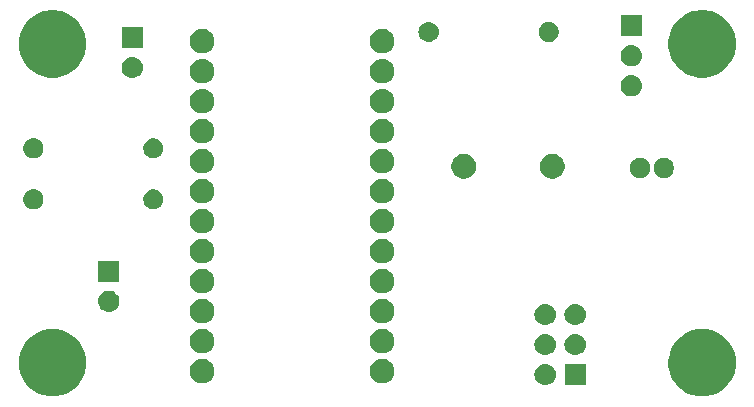
<source format=gbr>
G04 #@! TF.GenerationSoftware,KiCad,Pcbnew,5.1.4-e60b266~84~ubuntu19.04.1*
G04 #@! TF.CreationDate,2019-09-18T16:20:32+02:00*
G04 #@! TF.ProjectId,pro_micro_audio,70726f5f-6d69-4637-926f-5f617564696f,rev?*
G04 #@! TF.SameCoordinates,Original*
G04 #@! TF.FileFunction,Soldermask,Bot*
G04 #@! TF.FilePolarity,Negative*
%FSLAX46Y46*%
G04 Gerber Fmt 4.6, Leading zero omitted, Abs format (unit mm)*
G04 Created by KiCad (PCBNEW 5.1.4-e60b266~84~ubuntu19.04.1) date 2019-09-18 16:20:32*
%MOMM*%
%LPD*%
G04 APERTURE LIST*
%ADD10C,0.150000*%
G04 APERTURE END LIST*
D10*
G36*
X160386982Y-101170121D02*
G01*
X160831606Y-101258562D01*
X161350455Y-101473476D01*
X161817407Y-101785484D01*
X162214516Y-102182593D01*
X162526524Y-102649545D01*
X162741438Y-103168394D01*
X162750267Y-103212779D01*
X162841234Y-103670101D01*
X162851000Y-103719201D01*
X162851000Y-104280799D01*
X162741438Y-104831606D01*
X162526524Y-105350455D01*
X162214516Y-105817407D01*
X161817407Y-106214516D01*
X161350455Y-106526524D01*
X160831606Y-106741438D01*
X160280800Y-106851000D01*
X159719200Y-106851000D01*
X159168394Y-106741438D01*
X158649545Y-106526524D01*
X158182593Y-106214516D01*
X157785484Y-105817407D01*
X157473476Y-105350455D01*
X157258562Y-104831606D01*
X157149000Y-104280799D01*
X157149000Y-103719201D01*
X157158767Y-103670101D01*
X157249733Y-103212779D01*
X157258562Y-103168394D01*
X157473476Y-102649545D01*
X157785484Y-102182593D01*
X158182593Y-101785484D01*
X158649545Y-101473476D01*
X159168394Y-101258562D01*
X159613018Y-101170121D01*
X159719200Y-101149000D01*
X160280800Y-101149000D01*
X160386982Y-101170121D01*
X160386982Y-101170121D01*
G37*
G36*
X105386982Y-101170121D02*
G01*
X105831606Y-101258562D01*
X106350455Y-101473476D01*
X106817407Y-101785484D01*
X107214516Y-102182593D01*
X107526524Y-102649545D01*
X107741438Y-103168394D01*
X107750267Y-103212779D01*
X107841234Y-103670101D01*
X107851000Y-103719201D01*
X107851000Y-104280799D01*
X107741438Y-104831606D01*
X107526524Y-105350455D01*
X107214516Y-105817407D01*
X106817407Y-106214516D01*
X106350455Y-106526524D01*
X105831606Y-106741438D01*
X105280800Y-106851000D01*
X104719200Y-106851000D01*
X104168394Y-106741438D01*
X103649545Y-106526524D01*
X103182593Y-106214516D01*
X102785484Y-105817407D01*
X102473476Y-105350455D01*
X102258562Y-104831606D01*
X102149000Y-104280799D01*
X102149000Y-103719201D01*
X102158767Y-103670101D01*
X102249733Y-103212779D01*
X102258562Y-103168394D01*
X102473476Y-102649545D01*
X102785484Y-102182593D01*
X103182593Y-101785484D01*
X103649545Y-101473476D01*
X104168394Y-101258562D01*
X104613018Y-101170121D01*
X104719200Y-101149000D01*
X105280800Y-101149000D01*
X105386982Y-101170121D01*
X105386982Y-101170121D01*
G37*
G36*
X146820442Y-104105518D02*
G01*
X146886627Y-104112037D01*
X147056466Y-104163557D01*
X147212991Y-104247222D01*
X147248729Y-104276552D01*
X147350186Y-104359814D01*
X147433448Y-104461271D01*
X147462778Y-104497009D01*
X147546443Y-104653534D01*
X147597963Y-104823373D01*
X147615359Y-105000000D01*
X147597963Y-105176627D01*
X147589420Y-105204789D01*
X147546442Y-105346468D01*
X147531001Y-105375355D01*
X147462778Y-105502991D01*
X147448483Y-105520409D01*
X147350186Y-105640186D01*
X147248729Y-105723448D01*
X147212991Y-105752778D01*
X147212989Y-105752779D01*
X147092082Y-105817406D01*
X147056466Y-105836443D01*
X146886627Y-105887963D01*
X146820442Y-105894482D01*
X146754260Y-105901000D01*
X146665740Y-105901000D01*
X146599558Y-105894482D01*
X146533373Y-105887963D01*
X146363534Y-105836443D01*
X146327919Y-105817406D01*
X146207011Y-105752779D01*
X146207009Y-105752778D01*
X146171271Y-105723448D01*
X146069814Y-105640186D01*
X145971517Y-105520409D01*
X145957222Y-105502991D01*
X145888999Y-105375355D01*
X145873558Y-105346468D01*
X145830580Y-105204789D01*
X145822037Y-105176627D01*
X145804641Y-105000000D01*
X145822037Y-104823373D01*
X145873557Y-104653534D01*
X145957222Y-104497009D01*
X145986552Y-104461271D01*
X146069814Y-104359814D01*
X146171271Y-104276552D01*
X146207009Y-104247222D01*
X146363534Y-104163557D01*
X146533373Y-104112037D01*
X146599558Y-104105518D01*
X146665740Y-104099000D01*
X146754260Y-104099000D01*
X146820442Y-104105518D01*
X146820442Y-104105518D01*
G37*
G36*
X150151000Y-105901000D02*
G01*
X148349000Y-105901000D01*
X148349000Y-104099000D01*
X150151000Y-104099000D01*
X150151000Y-105901000D01*
X150151000Y-105901000D01*
G37*
G36*
X117969266Y-103710121D02*
G01*
X118158789Y-103788624D01*
X118329355Y-103902593D01*
X118474409Y-104047647D01*
X118588378Y-104218213D01*
X118588379Y-104218215D01*
X118666881Y-104407736D01*
X118706901Y-104608932D01*
X118706901Y-104814070D01*
X118666881Y-105015266D01*
X118588378Y-105204789D01*
X118474409Y-105375355D01*
X118329355Y-105520409D01*
X118158789Y-105634378D01*
X118158788Y-105634379D01*
X118158787Y-105634379D01*
X117969266Y-105712881D01*
X117768071Y-105752901D01*
X117562931Y-105752901D01*
X117361736Y-105712881D01*
X117172215Y-105634379D01*
X117172214Y-105634379D01*
X117172213Y-105634378D01*
X117001647Y-105520409D01*
X116856593Y-105375355D01*
X116742624Y-105204789D01*
X116664121Y-105015266D01*
X116624101Y-104814070D01*
X116624101Y-104608932D01*
X116664121Y-104407736D01*
X116742623Y-104218215D01*
X116742624Y-104218213D01*
X116856593Y-104047647D01*
X117001647Y-103902593D01*
X117172213Y-103788624D01*
X117361736Y-103710121D01*
X117562931Y-103670101D01*
X117768071Y-103670101D01*
X117969266Y-103710121D01*
X117969266Y-103710121D01*
G37*
G36*
X133209266Y-103710121D02*
G01*
X133398789Y-103788624D01*
X133569355Y-103902593D01*
X133714409Y-104047647D01*
X133828378Y-104218213D01*
X133828379Y-104218215D01*
X133906881Y-104407736D01*
X133946901Y-104608932D01*
X133946901Y-104814070D01*
X133906881Y-105015266D01*
X133828378Y-105204789D01*
X133714409Y-105375355D01*
X133569355Y-105520409D01*
X133398789Y-105634378D01*
X133398788Y-105634379D01*
X133398787Y-105634379D01*
X133209266Y-105712881D01*
X133008071Y-105752901D01*
X132802931Y-105752901D01*
X132601736Y-105712881D01*
X132412215Y-105634379D01*
X132412214Y-105634379D01*
X132412213Y-105634378D01*
X132241647Y-105520409D01*
X132096593Y-105375355D01*
X131982624Y-105204789D01*
X131904121Y-105015266D01*
X131864101Y-104814070D01*
X131864101Y-104608932D01*
X131904121Y-104407736D01*
X131982623Y-104218215D01*
X131982624Y-104218213D01*
X132096593Y-104047647D01*
X132241647Y-103902593D01*
X132412213Y-103788624D01*
X132601736Y-103710121D01*
X132802931Y-103670101D01*
X133008071Y-103670101D01*
X133209266Y-103710121D01*
X133209266Y-103710121D01*
G37*
G36*
X149360443Y-101565519D02*
G01*
X149426627Y-101572037D01*
X149596466Y-101623557D01*
X149752991Y-101707222D01*
X149788729Y-101736552D01*
X149890186Y-101819814D01*
X149973448Y-101921271D01*
X150002778Y-101957009D01*
X150086443Y-102113534D01*
X150137963Y-102283373D01*
X150155359Y-102460000D01*
X150137963Y-102636627D01*
X150129420Y-102664789D01*
X150086442Y-102806468D01*
X150071001Y-102835355D01*
X150002778Y-102962991D01*
X149988483Y-102980409D01*
X149890186Y-103100186D01*
X149788729Y-103183448D01*
X149752991Y-103212778D01*
X149596466Y-103296443D01*
X149426627Y-103347963D01*
X149360443Y-103354481D01*
X149294260Y-103361000D01*
X149205740Y-103361000D01*
X149139557Y-103354481D01*
X149073373Y-103347963D01*
X148903534Y-103296443D01*
X148747009Y-103212778D01*
X148711271Y-103183448D01*
X148609814Y-103100186D01*
X148511517Y-102980409D01*
X148497222Y-102962991D01*
X148428999Y-102835355D01*
X148413558Y-102806468D01*
X148370580Y-102664789D01*
X148362037Y-102636627D01*
X148344641Y-102460000D01*
X148362037Y-102283373D01*
X148413557Y-102113534D01*
X148497222Y-101957009D01*
X148526552Y-101921271D01*
X148609814Y-101819814D01*
X148711271Y-101736552D01*
X148747009Y-101707222D01*
X148903534Y-101623557D01*
X149073373Y-101572037D01*
X149139558Y-101565518D01*
X149205740Y-101559000D01*
X149294260Y-101559000D01*
X149360443Y-101565519D01*
X149360443Y-101565519D01*
G37*
G36*
X146820443Y-101565519D02*
G01*
X146886627Y-101572037D01*
X147056466Y-101623557D01*
X147212991Y-101707222D01*
X147248729Y-101736552D01*
X147350186Y-101819814D01*
X147433448Y-101921271D01*
X147462778Y-101957009D01*
X147546443Y-102113534D01*
X147597963Y-102283373D01*
X147615359Y-102460000D01*
X147597963Y-102636627D01*
X147589420Y-102664789D01*
X147546442Y-102806468D01*
X147531001Y-102835355D01*
X147462778Y-102962991D01*
X147448483Y-102980409D01*
X147350186Y-103100186D01*
X147248729Y-103183448D01*
X147212991Y-103212778D01*
X147056466Y-103296443D01*
X146886627Y-103347963D01*
X146820443Y-103354481D01*
X146754260Y-103361000D01*
X146665740Y-103361000D01*
X146599557Y-103354481D01*
X146533373Y-103347963D01*
X146363534Y-103296443D01*
X146207009Y-103212778D01*
X146171271Y-103183448D01*
X146069814Y-103100186D01*
X145971517Y-102980409D01*
X145957222Y-102962991D01*
X145888999Y-102835355D01*
X145873558Y-102806468D01*
X145830580Y-102664789D01*
X145822037Y-102636627D01*
X145804641Y-102460000D01*
X145822037Y-102283373D01*
X145873557Y-102113534D01*
X145957222Y-101957009D01*
X145986552Y-101921271D01*
X146069814Y-101819814D01*
X146171271Y-101736552D01*
X146207009Y-101707222D01*
X146363534Y-101623557D01*
X146533373Y-101572037D01*
X146599558Y-101565518D01*
X146665740Y-101559000D01*
X146754260Y-101559000D01*
X146820443Y-101565519D01*
X146820443Y-101565519D01*
G37*
G36*
X117863083Y-101149000D02*
G01*
X117969266Y-101170121D01*
X118158789Y-101248624D01*
X118329355Y-101362593D01*
X118474409Y-101507647D01*
X118588378Y-101678213D01*
X118588379Y-101678215D01*
X118666881Y-101867736D01*
X118706901Y-102068931D01*
X118706901Y-102274071D01*
X118666881Y-102475266D01*
X118594692Y-102649547D01*
X118588378Y-102664789D01*
X118474409Y-102835355D01*
X118329355Y-102980409D01*
X118158789Y-103094378D01*
X118158788Y-103094379D01*
X118158787Y-103094379D01*
X117969266Y-103172881D01*
X117768071Y-103212901D01*
X117562931Y-103212901D01*
X117361736Y-103172881D01*
X117172215Y-103094379D01*
X117172214Y-103094379D01*
X117172213Y-103094378D01*
X117001647Y-102980409D01*
X116856593Y-102835355D01*
X116742624Y-102664789D01*
X116736311Y-102649547D01*
X116664121Y-102475266D01*
X116624101Y-102274071D01*
X116624101Y-102068931D01*
X116664121Y-101867736D01*
X116742623Y-101678215D01*
X116742624Y-101678213D01*
X116856593Y-101507647D01*
X117001647Y-101362593D01*
X117172213Y-101248624D01*
X117361736Y-101170121D01*
X117467919Y-101149000D01*
X117562931Y-101130101D01*
X117768071Y-101130101D01*
X117863083Y-101149000D01*
X117863083Y-101149000D01*
G37*
G36*
X133103083Y-101149000D02*
G01*
X133209266Y-101170121D01*
X133398789Y-101248624D01*
X133569355Y-101362593D01*
X133714409Y-101507647D01*
X133828378Y-101678213D01*
X133828379Y-101678215D01*
X133906881Y-101867736D01*
X133946901Y-102068931D01*
X133946901Y-102274071D01*
X133906881Y-102475266D01*
X133834692Y-102649547D01*
X133828378Y-102664789D01*
X133714409Y-102835355D01*
X133569355Y-102980409D01*
X133398789Y-103094378D01*
X133398788Y-103094379D01*
X133398787Y-103094379D01*
X133209266Y-103172881D01*
X133008071Y-103212901D01*
X132802931Y-103212901D01*
X132601736Y-103172881D01*
X132412215Y-103094379D01*
X132412214Y-103094379D01*
X132412213Y-103094378D01*
X132241647Y-102980409D01*
X132096593Y-102835355D01*
X131982624Y-102664789D01*
X131976311Y-102649547D01*
X131904121Y-102475266D01*
X131864101Y-102274071D01*
X131864101Y-102068931D01*
X131904121Y-101867736D01*
X131982623Y-101678215D01*
X131982624Y-101678213D01*
X132096593Y-101507647D01*
X132241647Y-101362593D01*
X132412213Y-101248624D01*
X132601736Y-101170121D01*
X132707919Y-101149000D01*
X132802931Y-101130101D01*
X133008071Y-101130101D01*
X133103083Y-101149000D01*
X133103083Y-101149000D01*
G37*
G36*
X149360442Y-99025518D02*
G01*
X149426627Y-99032037D01*
X149596466Y-99083557D01*
X149752991Y-99167222D01*
X149788729Y-99196552D01*
X149890186Y-99279814D01*
X149973448Y-99381271D01*
X150002778Y-99417009D01*
X150086443Y-99573534D01*
X150137963Y-99743373D01*
X150155359Y-99920000D01*
X150137963Y-100096627D01*
X150129420Y-100124789D01*
X150086442Y-100266468D01*
X150071001Y-100295355D01*
X150002778Y-100422991D01*
X149988483Y-100440409D01*
X149890186Y-100560186D01*
X149788729Y-100643448D01*
X149752991Y-100672778D01*
X149596466Y-100756443D01*
X149426627Y-100807963D01*
X149360442Y-100814482D01*
X149294260Y-100821000D01*
X149205740Y-100821000D01*
X149139557Y-100814481D01*
X149073373Y-100807963D01*
X148903534Y-100756443D01*
X148747009Y-100672778D01*
X148711271Y-100643448D01*
X148609814Y-100560186D01*
X148511517Y-100440409D01*
X148497222Y-100422991D01*
X148428999Y-100295355D01*
X148413558Y-100266468D01*
X148370580Y-100124789D01*
X148362037Y-100096627D01*
X148344641Y-99920000D01*
X148362037Y-99743373D01*
X148413557Y-99573534D01*
X148497222Y-99417009D01*
X148526552Y-99381271D01*
X148609814Y-99279814D01*
X148711271Y-99196552D01*
X148747009Y-99167222D01*
X148903534Y-99083557D01*
X149073373Y-99032037D01*
X149139558Y-99025518D01*
X149205740Y-99019000D01*
X149294260Y-99019000D01*
X149360442Y-99025518D01*
X149360442Y-99025518D01*
G37*
G36*
X146820442Y-99025518D02*
G01*
X146886627Y-99032037D01*
X147056466Y-99083557D01*
X147212991Y-99167222D01*
X147248729Y-99196552D01*
X147350186Y-99279814D01*
X147433448Y-99381271D01*
X147462778Y-99417009D01*
X147546443Y-99573534D01*
X147597963Y-99743373D01*
X147615359Y-99920000D01*
X147597963Y-100096627D01*
X147589420Y-100124789D01*
X147546442Y-100266468D01*
X147531001Y-100295355D01*
X147462778Y-100422991D01*
X147448483Y-100440409D01*
X147350186Y-100560186D01*
X147248729Y-100643448D01*
X147212991Y-100672778D01*
X147056466Y-100756443D01*
X146886627Y-100807963D01*
X146820442Y-100814482D01*
X146754260Y-100821000D01*
X146665740Y-100821000D01*
X146599557Y-100814481D01*
X146533373Y-100807963D01*
X146363534Y-100756443D01*
X146207009Y-100672778D01*
X146171271Y-100643448D01*
X146069814Y-100560186D01*
X145971517Y-100440409D01*
X145957222Y-100422991D01*
X145888999Y-100295355D01*
X145873558Y-100266468D01*
X145830580Y-100124789D01*
X145822037Y-100096627D01*
X145804641Y-99920000D01*
X145822037Y-99743373D01*
X145873557Y-99573534D01*
X145957222Y-99417009D01*
X145986552Y-99381271D01*
X146069814Y-99279814D01*
X146171271Y-99196552D01*
X146207009Y-99167222D01*
X146363534Y-99083557D01*
X146533373Y-99032037D01*
X146599558Y-99025518D01*
X146665740Y-99019000D01*
X146754260Y-99019000D01*
X146820442Y-99025518D01*
X146820442Y-99025518D01*
G37*
G36*
X133209266Y-98630121D02*
G01*
X133398789Y-98708624D01*
X133569355Y-98822593D01*
X133714409Y-98967647D01*
X133827212Y-99136468D01*
X133828379Y-99138215D01*
X133892488Y-99292989D01*
X133906881Y-99327736D01*
X133946901Y-99528932D01*
X133946901Y-99734070D01*
X133906881Y-99935266D01*
X133828378Y-100124789D01*
X133714409Y-100295355D01*
X133569355Y-100440409D01*
X133398789Y-100554378D01*
X133398788Y-100554379D01*
X133398787Y-100554379D01*
X133209266Y-100632881D01*
X133008071Y-100672901D01*
X132802931Y-100672901D01*
X132601736Y-100632881D01*
X132412215Y-100554379D01*
X132412214Y-100554379D01*
X132412213Y-100554378D01*
X132241647Y-100440409D01*
X132096593Y-100295355D01*
X131982624Y-100124789D01*
X131904121Y-99935266D01*
X131864101Y-99734070D01*
X131864101Y-99528932D01*
X131904121Y-99327736D01*
X131918514Y-99292989D01*
X131982623Y-99138215D01*
X131983790Y-99136468D01*
X132096593Y-98967647D01*
X132241647Y-98822593D01*
X132412213Y-98708624D01*
X132601736Y-98630121D01*
X132802931Y-98590101D01*
X133008071Y-98590101D01*
X133209266Y-98630121D01*
X133209266Y-98630121D01*
G37*
G36*
X117969266Y-98630121D02*
G01*
X118158789Y-98708624D01*
X118329355Y-98822593D01*
X118474409Y-98967647D01*
X118587212Y-99136468D01*
X118588379Y-99138215D01*
X118652488Y-99292989D01*
X118666881Y-99327736D01*
X118706901Y-99528932D01*
X118706901Y-99734070D01*
X118666881Y-99935266D01*
X118588378Y-100124789D01*
X118474409Y-100295355D01*
X118329355Y-100440409D01*
X118158789Y-100554378D01*
X118158788Y-100554379D01*
X118158787Y-100554379D01*
X117969266Y-100632881D01*
X117768071Y-100672901D01*
X117562931Y-100672901D01*
X117361736Y-100632881D01*
X117172215Y-100554379D01*
X117172214Y-100554379D01*
X117172213Y-100554378D01*
X117001647Y-100440409D01*
X116856593Y-100295355D01*
X116742624Y-100124789D01*
X116664121Y-99935266D01*
X116624101Y-99734070D01*
X116624101Y-99528932D01*
X116664121Y-99327736D01*
X116678514Y-99292989D01*
X116742623Y-99138215D01*
X116743790Y-99136468D01*
X116856593Y-98967647D01*
X117001647Y-98822593D01*
X117172213Y-98708624D01*
X117361736Y-98630121D01*
X117562931Y-98590101D01*
X117768071Y-98590101D01*
X117969266Y-98630121D01*
X117969266Y-98630121D01*
G37*
G36*
X109860442Y-97895518D02*
G01*
X109926627Y-97902037D01*
X110096466Y-97953557D01*
X110252991Y-98037222D01*
X110288729Y-98066552D01*
X110390186Y-98149814D01*
X110473448Y-98251271D01*
X110502778Y-98287009D01*
X110586443Y-98443534D01*
X110637963Y-98613373D01*
X110655359Y-98790000D01*
X110637963Y-98966627D01*
X110586443Y-99136466D01*
X110502778Y-99292991D01*
X110474263Y-99327736D01*
X110390186Y-99430186D01*
X110288729Y-99513448D01*
X110252991Y-99542778D01*
X110096466Y-99626443D01*
X109926627Y-99677963D01*
X109860443Y-99684481D01*
X109794260Y-99691000D01*
X109705740Y-99691000D01*
X109639557Y-99684481D01*
X109573373Y-99677963D01*
X109403534Y-99626443D01*
X109247009Y-99542778D01*
X109211271Y-99513448D01*
X109109814Y-99430186D01*
X109025737Y-99327736D01*
X108997222Y-99292991D01*
X108913557Y-99136466D01*
X108862037Y-98966627D01*
X108844641Y-98790000D01*
X108862037Y-98613373D01*
X108913557Y-98443534D01*
X108997222Y-98287009D01*
X109026552Y-98251271D01*
X109109814Y-98149814D01*
X109211271Y-98066552D01*
X109247009Y-98037222D01*
X109403534Y-97953557D01*
X109573373Y-97902037D01*
X109639558Y-97895518D01*
X109705740Y-97889000D01*
X109794260Y-97889000D01*
X109860442Y-97895518D01*
X109860442Y-97895518D01*
G37*
G36*
X133209266Y-96090121D02*
G01*
X133398789Y-96168624D01*
X133569355Y-96282593D01*
X133714409Y-96427647D01*
X133828378Y-96598213D01*
X133906881Y-96787736D01*
X133946901Y-96988932D01*
X133946901Y-97194070D01*
X133906881Y-97395266D01*
X133828378Y-97584789D01*
X133714409Y-97755355D01*
X133569355Y-97900409D01*
X133398789Y-98014378D01*
X133398788Y-98014379D01*
X133398787Y-98014379D01*
X133209266Y-98092881D01*
X133008071Y-98132901D01*
X132802931Y-98132901D01*
X132601736Y-98092881D01*
X132412215Y-98014379D01*
X132412214Y-98014379D01*
X132412213Y-98014378D01*
X132241647Y-97900409D01*
X132096593Y-97755355D01*
X131982624Y-97584789D01*
X131904121Y-97395266D01*
X131864101Y-97194070D01*
X131864101Y-96988932D01*
X131904121Y-96787736D01*
X131982624Y-96598213D01*
X132096593Y-96427647D01*
X132241647Y-96282593D01*
X132412213Y-96168624D01*
X132601736Y-96090121D01*
X132802931Y-96050101D01*
X133008071Y-96050101D01*
X133209266Y-96090121D01*
X133209266Y-96090121D01*
G37*
G36*
X117969266Y-96090121D02*
G01*
X118158789Y-96168624D01*
X118329355Y-96282593D01*
X118474409Y-96427647D01*
X118588378Y-96598213D01*
X118666881Y-96787736D01*
X118706901Y-96988932D01*
X118706901Y-97194070D01*
X118666881Y-97395266D01*
X118588378Y-97584789D01*
X118474409Y-97755355D01*
X118329355Y-97900409D01*
X118158789Y-98014378D01*
X118158788Y-98014379D01*
X118158787Y-98014379D01*
X117969266Y-98092881D01*
X117768071Y-98132901D01*
X117562931Y-98132901D01*
X117361736Y-98092881D01*
X117172215Y-98014379D01*
X117172214Y-98014379D01*
X117172213Y-98014378D01*
X117001647Y-97900409D01*
X116856593Y-97755355D01*
X116742624Y-97584789D01*
X116664121Y-97395266D01*
X116624101Y-97194070D01*
X116624101Y-96988932D01*
X116664121Y-96787736D01*
X116742624Y-96598213D01*
X116856593Y-96427647D01*
X117001647Y-96282593D01*
X117172213Y-96168624D01*
X117361736Y-96090121D01*
X117562931Y-96050101D01*
X117768071Y-96050101D01*
X117969266Y-96090121D01*
X117969266Y-96090121D01*
G37*
G36*
X110651000Y-97151000D02*
G01*
X108849000Y-97151000D01*
X108849000Y-95349000D01*
X110651000Y-95349000D01*
X110651000Y-97151000D01*
X110651000Y-97151000D01*
G37*
G36*
X117969266Y-93550121D02*
G01*
X118158789Y-93628624D01*
X118329355Y-93742593D01*
X118474409Y-93887647D01*
X118588378Y-94058213D01*
X118666881Y-94247736D01*
X118706901Y-94448932D01*
X118706901Y-94654070D01*
X118666881Y-94855266D01*
X118588378Y-95044789D01*
X118474409Y-95215355D01*
X118329355Y-95360409D01*
X118158789Y-95474378D01*
X118158788Y-95474379D01*
X118158787Y-95474379D01*
X117969266Y-95552881D01*
X117768071Y-95592901D01*
X117562931Y-95592901D01*
X117361736Y-95552881D01*
X117172215Y-95474379D01*
X117172214Y-95474379D01*
X117172213Y-95474378D01*
X117001647Y-95360409D01*
X116856593Y-95215355D01*
X116742624Y-95044789D01*
X116664121Y-94855266D01*
X116624101Y-94654070D01*
X116624101Y-94448932D01*
X116664121Y-94247736D01*
X116742624Y-94058213D01*
X116856593Y-93887647D01*
X117001647Y-93742593D01*
X117172213Y-93628624D01*
X117361736Y-93550121D01*
X117562931Y-93510101D01*
X117768071Y-93510101D01*
X117969266Y-93550121D01*
X117969266Y-93550121D01*
G37*
G36*
X133209266Y-93550121D02*
G01*
X133398789Y-93628624D01*
X133569355Y-93742593D01*
X133714409Y-93887647D01*
X133828378Y-94058213D01*
X133906881Y-94247736D01*
X133946901Y-94448932D01*
X133946901Y-94654070D01*
X133906881Y-94855266D01*
X133828378Y-95044789D01*
X133714409Y-95215355D01*
X133569355Y-95360409D01*
X133398789Y-95474378D01*
X133398788Y-95474379D01*
X133398787Y-95474379D01*
X133209266Y-95552881D01*
X133008071Y-95592901D01*
X132802931Y-95592901D01*
X132601736Y-95552881D01*
X132412215Y-95474379D01*
X132412214Y-95474379D01*
X132412213Y-95474378D01*
X132241647Y-95360409D01*
X132096593Y-95215355D01*
X131982624Y-95044789D01*
X131904121Y-94855266D01*
X131864101Y-94654070D01*
X131864101Y-94448932D01*
X131904121Y-94247736D01*
X131982624Y-94058213D01*
X132096593Y-93887647D01*
X132241647Y-93742593D01*
X132412213Y-93628624D01*
X132601736Y-93550121D01*
X132802931Y-93510101D01*
X133008071Y-93510101D01*
X133209266Y-93550121D01*
X133209266Y-93550121D01*
G37*
G36*
X133202052Y-91008686D02*
G01*
X133209266Y-91010121D01*
X133398789Y-91088624D01*
X133569355Y-91202593D01*
X133714409Y-91347647D01*
X133828378Y-91518213D01*
X133906881Y-91707736D01*
X133946901Y-91908932D01*
X133946901Y-92114070D01*
X133906881Y-92315266D01*
X133828378Y-92504789D01*
X133714409Y-92675355D01*
X133569355Y-92820409D01*
X133398789Y-92934378D01*
X133398788Y-92934379D01*
X133398787Y-92934379D01*
X133209266Y-93012881D01*
X133008071Y-93052901D01*
X132802931Y-93052901D01*
X132601736Y-93012881D01*
X132412215Y-92934379D01*
X132412214Y-92934379D01*
X132412213Y-92934378D01*
X132241647Y-92820409D01*
X132096593Y-92675355D01*
X131982624Y-92504789D01*
X131904121Y-92315266D01*
X131864101Y-92114070D01*
X131864101Y-91908932D01*
X131904121Y-91707736D01*
X131982624Y-91518213D01*
X132096593Y-91347647D01*
X132241647Y-91202593D01*
X132412213Y-91088624D01*
X132601736Y-91010121D01*
X132608950Y-91008686D01*
X132802931Y-90970101D01*
X133008071Y-90970101D01*
X133202052Y-91008686D01*
X133202052Y-91008686D01*
G37*
G36*
X117962052Y-91008686D02*
G01*
X117969266Y-91010121D01*
X118158789Y-91088624D01*
X118329355Y-91202593D01*
X118474409Y-91347647D01*
X118588378Y-91518213D01*
X118666881Y-91707736D01*
X118706901Y-91908932D01*
X118706901Y-92114070D01*
X118666881Y-92315266D01*
X118588378Y-92504789D01*
X118474409Y-92675355D01*
X118329355Y-92820409D01*
X118158789Y-92934378D01*
X118158788Y-92934379D01*
X118158787Y-92934379D01*
X117969266Y-93012881D01*
X117768071Y-93052901D01*
X117562931Y-93052901D01*
X117361736Y-93012881D01*
X117172215Y-92934379D01*
X117172214Y-92934379D01*
X117172213Y-92934378D01*
X117001647Y-92820409D01*
X116856593Y-92675355D01*
X116742624Y-92504789D01*
X116664121Y-92315266D01*
X116624101Y-92114070D01*
X116624101Y-91908932D01*
X116664121Y-91707736D01*
X116742624Y-91518213D01*
X116856593Y-91347647D01*
X117001647Y-91202593D01*
X117172213Y-91088624D01*
X117361736Y-91010121D01*
X117368950Y-91008686D01*
X117562931Y-90970101D01*
X117768071Y-90970101D01*
X117962052Y-91008686D01*
X117962052Y-91008686D01*
G37*
G36*
X103544823Y-89331313D02*
G01*
X103705242Y-89379976D01*
X103772361Y-89415852D01*
X103853078Y-89458996D01*
X103982659Y-89565341D01*
X104089004Y-89694922D01*
X104089005Y-89694924D01*
X104168024Y-89842758D01*
X104216687Y-90003177D01*
X104233117Y-90170000D01*
X104216687Y-90336823D01*
X104168024Y-90497242D01*
X104127477Y-90573100D01*
X104089004Y-90645078D01*
X103982659Y-90774659D01*
X103853078Y-90881004D01*
X103853076Y-90881005D01*
X103705242Y-90960024D01*
X103544823Y-91008687D01*
X103419804Y-91021000D01*
X103336196Y-91021000D01*
X103211177Y-91008687D01*
X103050758Y-90960024D01*
X102902924Y-90881005D01*
X102902922Y-90881004D01*
X102773341Y-90774659D01*
X102666996Y-90645078D01*
X102628523Y-90573100D01*
X102587976Y-90497242D01*
X102539313Y-90336823D01*
X102522883Y-90170000D01*
X102539313Y-90003177D01*
X102587976Y-89842758D01*
X102666995Y-89694924D01*
X102666996Y-89694922D01*
X102773341Y-89565341D01*
X102902922Y-89458996D01*
X102983639Y-89415852D01*
X103050758Y-89379976D01*
X103211177Y-89331313D01*
X103336196Y-89319000D01*
X103419804Y-89319000D01*
X103544823Y-89331313D01*
X103544823Y-89331313D01*
G37*
G36*
X113786228Y-89351703D02*
G01*
X113941100Y-89415853D01*
X114080481Y-89508985D01*
X114199015Y-89627519D01*
X114292147Y-89766900D01*
X114356297Y-89921772D01*
X114389000Y-90086184D01*
X114389000Y-90253816D01*
X114356297Y-90418228D01*
X114292147Y-90573100D01*
X114199015Y-90712481D01*
X114080481Y-90831015D01*
X113941100Y-90924147D01*
X113786228Y-90988297D01*
X113621816Y-91021000D01*
X113454184Y-91021000D01*
X113289772Y-90988297D01*
X113134900Y-90924147D01*
X112995519Y-90831015D01*
X112876985Y-90712481D01*
X112783853Y-90573100D01*
X112719703Y-90418228D01*
X112687000Y-90253816D01*
X112687000Y-90086184D01*
X112719703Y-89921772D01*
X112783853Y-89766900D01*
X112876985Y-89627519D01*
X112995519Y-89508985D01*
X113134900Y-89415853D01*
X113289772Y-89351703D01*
X113454184Y-89319000D01*
X113621816Y-89319000D01*
X113786228Y-89351703D01*
X113786228Y-89351703D01*
G37*
G36*
X117969266Y-88470121D02*
G01*
X118158789Y-88548624D01*
X118329355Y-88662593D01*
X118474409Y-88807647D01*
X118474410Y-88807649D01*
X118588379Y-88978215D01*
X118666881Y-89167736D01*
X118706901Y-89368931D01*
X118706901Y-89574071D01*
X118696269Y-89627520D01*
X118666881Y-89775266D01*
X118588378Y-89964789D01*
X118474409Y-90135355D01*
X118329355Y-90280409D01*
X118158789Y-90394378D01*
X118158788Y-90394379D01*
X118158787Y-90394379D01*
X117969266Y-90472881D01*
X117768071Y-90512901D01*
X117562931Y-90512901D01*
X117361736Y-90472881D01*
X117172215Y-90394379D01*
X117172214Y-90394379D01*
X117172213Y-90394378D01*
X117001647Y-90280409D01*
X116856593Y-90135355D01*
X116742624Y-89964789D01*
X116664121Y-89775266D01*
X116634733Y-89627520D01*
X116624101Y-89574071D01*
X116624101Y-89368931D01*
X116664121Y-89167736D01*
X116742623Y-88978215D01*
X116856592Y-88807649D01*
X116856593Y-88807647D01*
X117001647Y-88662593D01*
X117172213Y-88548624D01*
X117361736Y-88470121D01*
X117562931Y-88430101D01*
X117768071Y-88430101D01*
X117969266Y-88470121D01*
X117969266Y-88470121D01*
G37*
G36*
X133209266Y-88470121D02*
G01*
X133398789Y-88548624D01*
X133569355Y-88662593D01*
X133714409Y-88807647D01*
X133714410Y-88807649D01*
X133828379Y-88978215D01*
X133906881Y-89167736D01*
X133946901Y-89368931D01*
X133946901Y-89574071D01*
X133936269Y-89627520D01*
X133906881Y-89775266D01*
X133828378Y-89964789D01*
X133714409Y-90135355D01*
X133569355Y-90280409D01*
X133398789Y-90394378D01*
X133398788Y-90394379D01*
X133398787Y-90394379D01*
X133209266Y-90472881D01*
X133008071Y-90512901D01*
X132802931Y-90512901D01*
X132601736Y-90472881D01*
X132412215Y-90394379D01*
X132412214Y-90394379D01*
X132412213Y-90394378D01*
X132241647Y-90280409D01*
X132096593Y-90135355D01*
X131982624Y-89964789D01*
X131904121Y-89775266D01*
X131874733Y-89627520D01*
X131864101Y-89574071D01*
X131864101Y-89368931D01*
X131904121Y-89167736D01*
X131982623Y-88978215D01*
X132096592Y-88807649D01*
X132096593Y-88807647D01*
X132241647Y-88662593D01*
X132412213Y-88548624D01*
X132601736Y-88470121D01*
X132802931Y-88430101D01*
X133008071Y-88430101D01*
X133209266Y-88470121D01*
X133209266Y-88470121D01*
G37*
G36*
X140126564Y-86365389D02*
G01*
X140317833Y-86444615D01*
X140317835Y-86444616D01*
X140489973Y-86559635D01*
X140636365Y-86706027D01*
X140725205Y-86838985D01*
X140751385Y-86878167D01*
X140830611Y-87069436D01*
X140871000Y-87272484D01*
X140871000Y-87479516D01*
X140830611Y-87682564D01*
X140759443Y-87854379D01*
X140751384Y-87873835D01*
X140636365Y-88045973D01*
X140489973Y-88192365D01*
X140317835Y-88307384D01*
X140317834Y-88307385D01*
X140317833Y-88307385D01*
X140126564Y-88386611D01*
X139923516Y-88427000D01*
X139716484Y-88427000D01*
X139513436Y-88386611D01*
X139322167Y-88307385D01*
X139322166Y-88307385D01*
X139322165Y-88307384D01*
X139150027Y-88192365D01*
X139003635Y-88045973D01*
X138888616Y-87873835D01*
X138880557Y-87854379D01*
X138809389Y-87682564D01*
X138769000Y-87479516D01*
X138769000Y-87272484D01*
X138809389Y-87069436D01*
X138888615Y-86878167D01*
X138914796Y-86838985D01*
X139003635Y-86706027D01*
X139150027Y-86559635D01*
X139322165Y-86444616D01*
X139322167Y-86444615D01*
X139513436Y-86365389D01*
X139716484Y-86325000D01*
X139923516Y-86325000D01*
X140126564Y-86365389D01*
X140126564Y-86365389D01*
G37*
G36*
X147626564Y-86365389D02*
G01*
X147817833Y-86444615D01*
X147817835Y-86444616D01*
X147989973Y-86559635D01*
X148136365Y-86706027D01*
X148225205Y-86838985D01*
X148251385Y-86878167D01*
X148330611Y-87069436D01*
X148371000Y-87272484D01*
X148371000Y-87479516D01*
X148330611Y-87682564D01*
X148259443Y-87854379D01*
X148251384Y-87873835D01*
X148136365Y-88045973D01*
X147989973Y-88192365D01*
X147817835Y-88307384D01*
X147817834Y-88307385D01*
X147817833Y-88307385D01*
X147626564Y-88386611D01*
X147423516Y-88427000D01*
X147216484Y-88427000D01*
X147013436Y-88386611D01*
X146822167Y-88307385D01*
X146822166Y-88307385D01*
X146822165Y-88307384D01*
X146650027Y-88192365D01*
X146503635Y-88045973D01*
X146388616Y-87873835D01*
X146380557Y-87854379D01*
X146309389Y-87682564D01*
X146269000Y-87479516D01*
X146269000Y-87272484D01*
X146309389Y-87069436D01*
X146388615Y-86878167D01*
X146414796Y-86838985D01*
X146503635Y-86706027D01*
X146650027Y-86559635D01*
X146822165Y-86444616D01*
X146822167Y-86444615D01*
X147013436Y-86365389D01*
X147216484Y-86325000D01*
X147423516Y-86325000D01*
X147626564Y-86365389D01*
X147626564Y-86365389D01*
G37*
G36*
X156998228Y-86681703D02*
G01*
X157153100Y-86745853D01*
X157292481Y-86838985D01*
X157411015Y-86957519D01*
X157504147Y-87096900D01*
X157568297Y-87251772D01*
X157601000Y-87416184D01*
X157601000Y-87583816D01*
X157568297Y-87748228D01*
X157504147Y-87903100D01*
X157411015Y-88042481D01*
X157292481Y-88161015D01*
X157153100Y-88254147D01*
X156998228Y-88318297D01*
X156833816Y-88351000D01*
X156666184Y-88351000D01*
X156501772Y-88318297D01*
X156346900Y-88254147D01*
X156207519Y-88161015D01*
X156088985Y-88042481D01*
X155995853Y-87903100D01*
X155931703Y-87748228D01*
X155899000Y-87583816D01*
X155899000Y-87416184D01*
X155931703Y-87251772D01*
X155995853Y-87096900D01*
X156088985Y-86957519D01*
X156207519Y-86838985D01*
X156346900Y-86745853D01*
X156501772Y-86681703D01*
X156666184Y-86649000D01*
X156833816Y-86649000D01*
X156998228Y-86681703D01*
X156998228Y-86681703D01*
G37*
G36*
X154998228Y-86681703D02*
G01*
X155153100Y-86745853D01*
X155292481Y-86838985D01*
X155411015Y-86957519D01*
X155504147Y-87096900D01*
X155568297Y-87251772D01*
X155601000Y-87416184D01*
X155601000Y-87583816D01*
X155568297Y-87748228D01*
X155504147Y-87903100D01*
X155411015Y-88042481D01*
X155292481Y-88161015D01*
X155153100Y-88254147D01*
X154998228Y-88318297D01*
X154833816Y-88351000D01*
X154666184Y-88351000D01*
X154501772Y-88318297D01*
X154346900Y-88254147D01*
X154207519Y-88161015D01*
X154088985Y-88042481D01*
X153995853Y-87903100D01*
X153931703Y-87748228D01*
X153899000Y-87583816D01*
X153899000Y-87416184D01*
X153931703Y-87251772D01*
X153995853Y-87096900D01*
X154088985Y-86957519D01*
X154207519Y-86838985D01*
X154346900Y-86745853D01*
X154501772Y-86681703D01*
X154666184Y-86649000D01*
X154833816Y-86649000D01*
X154998228Y-86681703D01*
X154998228Y-86681703D01*
G37*
G36*
X117969266Y-85930121D02*
G01*
X118158789Y-86008624D01*
X118329355Y-86122593D01*
X118474409Y-86267647D01*
X118539718Y-86365389D01*
X118588379Y-86438215D01*
X118666881Y-86627736D01*
X118706901Y-86828931D01*
X118706901Y-87034071D01*
X118694403Y-87096903D01*
X118666881Y-87235266D01*
X118588378Y-87424789D01*
X118474409Y-87595355D01*
X118329355Y-87740409D01*
X118158789Y-87854378D01*
X118158788Y-87854379D01*
X118158787Y-87854379D01*
X117969266Y-87932881D01*
X117768071Y-87972901D01*
X117562931Y-87972901D01*
X117361736Y-87932881D01*
X117172215Y-87854379D01*
X117172214Y-87854379D01*
X117172213Y-87854378D01*
X117001647Y-87740409D01*
X116856593Y-87595355D01*
X116742624Y-87424789D01*
X116664121Y-87235266D01*
X116636599Y-87096903D01*
X116624101Y-87034071D01*
X116624101Y-86828931D01*
X116664121Y-86627736D01*
X116742623Y-86438215D01*
X116791284Y-86365389D01*
X116856593Y-86267647D01*
X117001647Y-86122593D01*
X117172213Y-86008624D01*
X117361736Y-85930121D01*
X117562931Y-85890101D01*
X117768071Y-85890101D01*
X117969266Y-85930121D01*
X117969266Y-85930121D01*
G37*
G36*
X133209266Y-85930121D02*
G01*
X133398789Y-86008624D01*
X133569355Y-86122593D01*
X133714409Y-86267647D01*
X133779718Y-86365389D01*
X133828379Y-86438215D01*
X133906881Y-86627736D01*
X133946901Y-86828931D01*
X133946901Y-87034071D01*
X133934403Y-87096903D01*
X133906881Y-87235266D01*
X133828378Y-87424789D01*
X133714409Y-87595355D01*
X133569355Y-87740409D01*
X133398789Y-87854378D01*
X133398788Y-87854379D01*
X133398787Y-87854379D01*
X133209266Y-87932881D01*
X133008071Y-87972901D01*
X132802931Y-87972901D01*
X132601736Y-87932881D01*
X132412215Y-87854379D01*
X132412214Y-87854379D01*
X132412213Y-87854378D01*
X132241647Y-87740409D01*
X132096593Y-87595355D01*
X131982624Y-87424789D01*
X131904121Y-87235266D01*
X131876599Y-87096903D01*
X131864101Y-87034071D01*
X131864101Y-86828931D01*
X131904121Y-86627736D01*
X131982623Y-86438215D01*
X132031284Y-86365389D01*
X132096593Y-86267647D01*
X132241647Y-86122593D01*
X132412213Y-86008624D01*
X132601736Y-85930121D01*
X132802931Y-85890101D01*
X133008071Y-85890101D01*
X133209266Y-85930121D01*
X133209266Y-85930121D01*
G37*
G36*
X113786228Y-85033703D02*
G01*
X113941100Y-85097853D01*
X114080481Y-85190985D01*
X114199015Y-85309519D01*
X114292147Y-85448900D01*
X114356297Y-85603772D01*
X114389000Y-85768184D01*
X114389000Y-85935816D01*
X114356297Y-86100228D01*
X114292147Y-86255100D01*
X114199015Y-86394481D01*
X114080481Y-86513015D01*
X113941100Y-86606147D01*
X113786228Y-86670297D01*
X113621816Y-86703000D01*
X113454184Y-86703000D01*
X113289772Y-86670297D01*
X113134900Y-86606147D01*
X112995519Y-86513015D01*
X112876985Y-86394481D01*
X112783853Y-86255100D01*
X112719703Y-86100228D01*
X112687000Y-85935816D01*
X112687000Y-85768184D01*
X112719703Y-85603772D01*
X112783853Y-85448900D01*
X112876985Y-85309519D01*
X112995519Y-85190985D01*
X113134900Y-85097853D01*
X113289772Y-85033703D01*
X113454184Y-85001000D01*
X113621816Y-85001000D01*
X113786228Y-85033703D01*
X113786228Y-85033703D01*
G37*
G36*
X103544823Y-85013313D02*
G01*
X103705242Y-85061976D01*
X103772361Y-85097852D01*
X103853078Y-85140996D01*
X103982659Y-85247341D01*
X104089004Y-85376922D01*
X104089005Y-85376924D01*
X104168024Y-85524758D01*
X104216687Y-85685177D01*
X104233117Y-85852000D01*
X104216687Y-86018823D01*
X104168024Y-86179242D01*
X104127477Y-86255100D01*
X104089004Y-86327078D01*
X103982659Y-86456659D01*
X103853078Y-86563004D01*
X103853076Y-86563005D01*
X103705242Y-86642024D01*
X103544823Y-86690687D01*
X103419804Y-86703000D01*
X103336196Y-86703000D01*
X103211177Y-86690687D01*
X103050758Y-86642024D01*
X102902924Y-86563005D01*
X102902922Y-86563004D01*
X102773341Y-86456659D01*
X102666996Y-86327078D01*
X102628523Y-86255100D01*
X102587976Y-86179242D01*
X102539313Y-86018823D01*
X102522883Y-85852000D01*
X102539313Y-85685177D01*
X102587976Y-85524758D01*
X102666995Y-85376924D01*
X102666996Y-85376922D01*
X102773341Y-85247341D01*
X102902922Y-85140996D01*
X102983639Y-85097852D01*
X103050758Y-85061976D01*
X103211177Y-85013313D01*
X103336196Y-85001000D01*
X103419804Y-85001000D01*
X103544823Y-85013313D01*
X103544823Y-85013313D01*
G37*
G36*
X117969266Y-83390121D02*
G01*
X118158789Y-83468624D01*
X118329355Y-83582593D01*
X118474409Y-83727647D01*
X118588378Y-83898213D01*
X118666881Y-84087736D01*
X118706901Y-84288932D01*
X118706901Y-84494070D01*
X118666881Y-84695266D01*
X118588378Y-84884789D01*
X118474409Y-85055355D01*
X118329355Y-85200409D01*
X118158789Y-85314378D01*
X118158788Y-85314379D01*
X118158787Y-85314379D01*
X117969266Y-85392881D01*
X117768071Y-85432901D01*
X117562931Y-85432901D01*
X117361736Y-85392881D01*
X117172215Y-85314379D01*
X117172214Y-85314379D01*
X117172213Y-85314378D01*
X117001647Y-85200409D01*
X116856593Y-85055355D01*
X116742624Y-84884789D01*
X116664121Y-84695266D01*
X116624101Y-84494070D01*
X116624101Y-84288932D01*
X116664121Y-84087736D01*
X116742624Y-83898213D01*
X116856593Y-83727647D01*
X117001647Y-83582593D01*
X117172213Y-83468624D01*
X117361736Y-83390121D01*
X117562931Y-83350101D01*
X117768071Y-83350101D01*
X117969266Y-83390121D01*
X117969266Y-83390121D01*
G37*
G36*
X133209266Y-83390121D02*
G01*
X133398789Y-83468624D01*
X133569355Y-83582593D01*
X133714409Y-83727647D01*
X133828378Y-83898213D01*
X133906881Y-84087736D01*
X133946901Y-84288932D01*
X133946901Y-84494070D01*
X133906881Y-84695266D01*
X133828378Y-84884789D01*
X133714409Y-85055355D01*
X133569355Y-85200409D01*
X133398789Y-85314378D01*
X133398788Y-85314379D01*
X133398787Y-85314379D01*
X133209266Y-85392881D01*
X133008071Y-85432901D01*
X132802931Y-85432901D01*
X132601736Y-85392881D01*
X132412215Y-85314379D01*
X132412214Y-85314379D01*
X132412213Y-85314378D01*
X132241647Y-85200409D01*
X132096593Y-85055355D01*
X131982624Y-84884789D01*
X131904121Y-84695266D01*
X131864101Y-84494070D01*
X131864101Y-84288932D01*
X131904121Y-84087736D01*
X131982624Y-83898213D01*
X132096593Y-83727647D01*
X132241647Y-83582593D01*
X132412213Y-83468624D01*
X132601736Y-83390121D01*
X132802931Y-83350101D01*
X133008071Y-83350101D01*
X133209266Y-83390121D01*
X133209266Y-83390121D01*
G37*
G36*
X117969266Y-80850121D02*
G01*
X118057016Y-80886468D01*
X118158789Y-80928624D01*
X118329355Y-81042593D01*
X118474409Y-81187647D01*
X118544656Y-81292779D01*
X118588379Y-81358215D01*
X118666881Y-81547736D01*
X118706901Y-81748932D01*
X118706901Y-81954070D01*
X118666881Y-82155266D01*
X118588378Y-82344789D01*
X118474409Y-82515355D01*
X118329355Y-82660409D01*
X118158789Y-82774378D01*
X118158788Y-82774379D01*
X118158787Y-82774379D01*
X117969266Y-82852881D01*
X117768071Y-82892901D01*
X117562931Y-82892901D01*
X117361736Y-82852881D01*
X117172215Y-82774379D01*
X117172214Y-82774379D01*
X117172213Y-82774378D01*
X117001647Y-82660409D01*
X116856593Y-82515355D01*
X116742624Y-82344789D01*
X116664121Y-82155266D01*
X116624101Y-81954070D01*
X116624101Y-81748932D01*
X116664121Y-81547736D01*
X116742623Y-81358215D01*
X116786346Y-81292779D01*
X116856593Y-81187647D01*
X117001647Y-81042593D01*
X117172213Y-80928624D01*
X117273987Y-80886468D01*
X117361736Y-80850121D01*
X117562931Y-80810101D01*
X117768071Y-80810101D01*
X117969266Y-80850121D01*
X117969266Y-80850121D01*
G37*
G36*
X133209266Y-80850121D02*
G01*
X133297016Y-80886468D01*
X133398789Y-80928624D01*
X133569355Y-81042593D01*
X133714409Y-81187647D01*
X133784656Y-81292779D01*
X133828379Y-81358215D01*
X133906881Y-81547736D01*
X133946901Y-81748932D01*
X133946901Y-81954070D01*
X133906881Y-82155266D01*
X133828378Y-82344789D01*
X133714409Y-82515355D01*
X133569355Y-82660409D01*
X133398789Y-82774378D01*
X133398788Y-82774379D01*
X133398787Y-82774379D01*
X133209266Y-82852881D01*
X133008071Y-82892901D01*
X132802931Y-82892901D01*
X132601736Y-82852881D01*
X132412215Y-82774379D01*
X132412214Y-82774379D01*
X132412213Y-82774378D01*
X132241647Y-82660409D01*
X132096593Y-82515355D01*
X131982624Y-82344789D01*
X131904121Y-82155266D01*
X131864101Y-81954070D01*
X131864101Y-81748932D01*
X131904121Y-81547736D01*
X131982623Y-81358215D01*
X132026346Y-81292779D01*
X132096593Y-81187647D01*
X132241647Y-81042593D01*
X132412213Y-80928624D01*
X132513987Y-80886468D01*
X132601736Y-80850121D01*
X132802931Y-80810101D01*
X133008071Y-80810101D01*
X133209266Y-80850121D01*
X133209266Y-80850121D01*
G37*
G36*
X154110442Y-79645518D02*
G01*
X154176627Y-79652037D01*
X154346466Y-79703557D01*
X154502991Y-79787222D01*
X154524394Y-79804787D01*
X154640186Y-79899814D01*
X154702178Y-79975353D01*
X154752778Y-80037009D01*
X154836443Y-80193534D01*
X154887963Y-80363373D01*
X154905359Y-80540000D01*
X154887963Y-80716627D01*
X154836443Y-80886466D01*
X154752778Y-81042991D01*
X154723448Y-81078729D01*
X154640186Y-81180186D01*
X154538729Y-81263448D01*
X154502991Y-81292778D01*
X154346466Y-81376443D01*
X154176627Y-81427963D01*
X154110443Y-81434481D01*
X154044260Y-81441000D01*
X153955740Y-81441000D01*
X153889557Y-81434481D01*
X153823373Y-81427963D01*
X153653534Y-81376443D01*
X153497009Y-81292778D01*
X153461271Y-81263448D01*
X153359814Y-81180186D01*
X153276552Y-81078729D01*
X153247222Y-81042991D01*
X153163557Y-80886466D01*
X153112037Y-80716627D01*
X153094641Y-80540000D01*
X153112037Y-80363373D01*
X153163557Y-80193534D01*
X153247222Y-80037009D01*
X153297822Y-79975353D01*
X153359814Y-79899814D01*
X153475606Y-79804787D01*
X153497009Y-79787222D01*
X153653534Y-79703557D01*
X153823373Y-79652037D01*
X153889558Y-79645518D01*
X153955740Y-79639000D01*
X154044260Y-79639000D01*
X154110442Y-79645518D01*
X154110442Y-79645518D01*
G37*
G36*
X117969266Y-78310121D02*
G01*
X118057016Y-78346468D01*
X118158789Y-78388624D01*
X118329355Y-78502593D01*
X118474409Y-78647647D01*
X118587839Y-78817407D01*
X118588379Y-78818215D01*
X118666881Y-79007736D01*
X118706901Y-79208931D01*
X118706901Y-79414071D01*
X118666881Y-79615266D01*
X118595655Y-79787222D01*
X118588378Y-79804789D01*
X118474409Y-79975355D01*
X118329355Y-80120409D01*
X118158789Y-80234378D01*
X118158788Y-80234379D01*
X118158787Y-80234379D01*
X117969266Y-80312881D01*
X117768071Y-80352901D01*
X117562931Y-80352901D01*
X117361736Y-80312881D01*
X117172215Y-80234379D01*
X117172214Y-80234379D01*
X117172213Y-80234378D01*
X117001647Y-80120409D01*
X116856593Y-79975355D01*
X116742624Y-79804789D01*
X116735348Y-79787222D01*
X116664121Y-79615266D01*
X116624101Y-79414071D01*
X116624101Y-79208931D01*
X116664121Y-79007736D01*
X116742623Y-78818215D01*
X116743163Y-78817407D01*
X116856593Y-78647647D01*
X117001647Y-78502593D01*
X117172213Y-78388624D01*
X117273987Y-78346468D01*
X117361736Y-78310121D01*
X117562931Y-78270101D01*
X117768071Y-78270101D01*
X117969266Y-78310121D01*
X117969266Y-78310121D01*
G37*
G36*
X133209266Y-78310121D02*
G01*
X133297016Y-78346468D01*
X133398789Y-78388624D01*
X133569355Y-78502593D01*
X133714409Y-78647647D01*
X133827839Y-78817407D01*
X133828379Y-78818215D01*
X133906881Y-79007736D01*
X133946901Y-79208931D01*
X133946901Y-79414071D01*
X133906881Y-79615266D01*
X133835655Y-79787222D01*
X133828378Y-79804789D01*
X133714409Y-79975355D01*
X133569355Y-80120409D01*
X133398789Y-80234378D01*
X133398788Y-80234379D01*
X133398787Y-80234379D01*
X133209266Y-80312881D01*
X133008071Y-80352901D01*
X132802931Y-80352901D01*
X132601736Y-80312881D01*
X132412215Y-80234379D01*
X132412214Y-80234379D01*
X132412213Y-80234378D01*
X132241647Y-80120409D01*
X132096593Y-79975355D01*
X131982624Y-79804789D01*
X131975348Y-79787222D01*
X131904121Y-79615266D01*
X131864101Y-79414071D01*
X131864101Y-79208931D01*
X131904121Y-79007736D01*
X131982623Y-78818215D01*
X131983163Y-78817407D01*
X132096593Y-78647647D01*
X132241647Y-78502593D01*
X132412213Y-78388624D01*
X132513987Y-78346468D01*
X132601736Y-78310121D01*
X132802931Y-78270101D01*
X133008071Y-78270101D01*
X133209266Y-78310121D01*
X133209266Y-78310121D01*
G37*
G36*
X111860442Y-78105518D02*
G01*
X111926627Y-78112037D01*
X112096466Y-78163557D01*
X112252991Y-78247222D01*
X112280869Y-78270101D01*
X112390186Y-78359814D01*
X112473448Y-78461271D01*
X112502778Y-78497009D01*
X112586443Y-78653534D01*
X112637963Y-78823373D01*
X112655359Y-79000000D01*
X112637963Y-79176627D01*
X112586443Y-79346466D01*
X112502778Y-79502991D01*
X112483465Y-79526524D01*
X112390186Y-79640186D01*
X112288729Y-79723448D01*
X112252991Y-79752778D01*
X112096466Y-79836443D01*
X111926627Y-79887963D01*
X111860442Y-79894482D01*
X111794260Y-79901000D01*
X111705740Y-79901000D01*
X111639558Y-79894482D01*
X111573373Y-79887963D01*
X111403534Y-79836443D01*
X111247009Y-79752778D01*
X111211271Y-79723448D01*
X111109814Y-79640186D01*
X111016535Y-79526524D01*
X110997222Y-79502991D01*
X110913557Y-79346466D01*
X110862037Y-79176627D01*
X110844641Y-79000000D01*
X110862037Y-78823373D01*
X110913557Y-78653534D01*
X110997222Y-78497009D01*
X111026552Y-78461271D01*
X111109814Y-78359814D01*
X111219131Y-78270101D01*
X111247009Y-78247222D01*
X111403534Y-78163557D01*
X111573373Y-78112037D01*
X111639558Y-78105518D01*
X111705740Y-78099000D01*
X111794260Y-78099000D01*
X111860442Y-78105518D01*
X111860442Y-78105518D01*
G37*
G36*
X160556202Y-74203781D02*
G01*
X160831606Y-74258562D01*
X161350455Y-74473476D01*
X161724524Y-74723421D01*
X161817406Y-74785483D01*
X162214517Y-75182594D01*
X162256785Y-75245853D01*
X162526524Y-75649545D01*
X162741438Y-76168394D01*
X162851000Y-76719201D01*
X162851000Y-77280799D01*
X162741438Y-77831606D01*
X162526524Y-78350455D01*
X162214516Y-78817407D01*
X161817407Y-79214516D01*
X161350455Y-79526524D01*
X160831606Y-79741438D01*
X160556202Y-79796219D01*
X160280800Y-79851000D01*
X159719200Y-79851000D01*
X159443798Y-79796219D01*
X159168394Y-79741438D01*
X158649545Y-79526524D01*
X158182593Y-79214516D01*
X157785484Y-78817407D01*
X157473476Y-78350455D01*
X157258562Y-77831606D01*
X157149000Y-77280799D01*
X157149000Y-76719201D01*
X157258562Y-76168394D01*
X157473476Y-75649545D01*
X157743215Y-75245853D01*
X157785483Y-75182594D01*
X158182594Y-74785483D01*
X158275476Y-74723421D01*
X158649545Y-74473476D01*
X159168394Y-74258562D01*
X159443798Y-74203781D01*
X159719200Y-74149000D01*
X160280800Y-74149000D01*
X160556202Y-74203781D01*
X160556202Y-74203781D01*
G37*
G36*
X105556202Y-74203781D02*
G01*
X105831606Y-74258562D01*
X106350455Y-74473476D01*
X106724524Y-74723421D01*
X106817406Y-74785483D01*
X107214517Y-75182594D01*
X107256785Y-75245853D01*
X107526524Y-75649545D01*
X107741438Y-76168394D01*
X107851000Y-76719201D01*
X107851000Y-77280799D01*
X107741438Y-77831606D01*
X107526524Y-78350455D01*
X107214516Y-78817407D01*
X106817407Y-79214516D01*
X106350455Y-79526524D01*
X105831606Y-79741438D01*
X105556202Y-79796219D01*
X105280800Y-79851000D01*
X104719200Y-79851000D01*
X104443798Y-79796219D01*
X104168394Y-79741438D01*
X103649545Y-79526524D01*
X103182593Y-79214516D01*
X102785484Y-78817407D01*
X102473476Y-78350455D01*
X102258562Y-77831606D01*
X102149000Y-77280799D01*
X102149000Y-76719201D01*
X102258562Y-76168394D01*
X102473476Y-75649545D01*
X102743215Y-75245853D01*
X102785483Y-75182594D01*
X103182594Y-74785483D01*
X103275476Y-74723421D01*
X103649545Y-74473476D01*
X104168394Y-74258562D01*
X104443798Y-74203781D01*
X104719200Y-74149000D01*
X105280800Y-74149000D01*
X105556202Y-74203781D01*
X105556202Y-74203781D01*
G37*
G36*
X154110442Y-77105518D02*
G01*
X154176627Y-77112037D01*
X154346466Y-77163557D01*
X154502991Y-77247222D01*
X154524394Y-77264787D01*
X154640186Y-77359814D01*
X154702178Y-77435353D01*
X154752778Y-77497009D01*
X154836443Y-77653534D01*
X154887963Y-77823373D01*
X154905359Y-78000000D01*
X154887963Y-78176627D01*
X154836443Y-78346466D01*
X154752778Y-78502991D01*
X154723448Y-78538729D01*
X154640186Y-78640186D01*
X154538729Y-78723448D01*
X154502991Y-78752778D01*
X154502989Y-78752779D01*
X154382082Y-78817406D01*
X154346466Y-78836443D01*
X154176627Y-78887963D01*
X154110442Y-78894482D01*
X154044260Y-78901000D01*
X153955740Y-78901000D01*
X153889558Y-78894482D01*
X153823373Y-78887963D01*
X153653534Y-78836443D01*
X153617919Y-78817406D01*
X153497011Y-78752779D01*
X153497009Y-78752778D01*
X153461271Y-78723448D01*
X153359814Y-78640186D01*
X153276552Y-78538729D01*
X153247222Y-78502991D01*
X153163557Y-78346466D01*
X153112037Y-78176627D01*
X153094641Y-78000000D01*
X153112037Y-77823373D01*
X153163557Y-77653534D01*
X153247222Y-77497009D01*
X153297822Y-77435353D01*
X153359814Y-77359814D01*
X153475606Y-77264787D01*
X153497009Y-77247222D01*
X153653534Y-77163557D01*
X153823373Y-77112037D01*
X153889558Y-77105518D01*
X153955740Y-77099000D01*
X154044260Y-77099000D01*
X154110442Y-77105518D01*
X154110442Y-77105518D01*
G37*
G36*
X133209266Y-75770121D02*
G01*
X133398789Y-75848624D01*
X133569355Y-75962593D01*
X133714409Y-76107647D01*
X133808343Y-76248229D01*
X133828379Y-76278215D01*
X133906881Y-76467736D01*
X133946901Y-76668931D01*
X133946901Y-76874071D01*
X133906881Y-77075266D01*
X133835655Y-77247222D01*
X133828378Y-77264789D01*
X133714409Y-77435355D01*
X133569355Y-77580409D01*
X133398789Y-77694378D01*
X133398788Y-77694379D01*
X133398787Y-77694379D01*
X133209266Y-77772881D01*
X133008071Y-77812901D01*
X132802931Y-77812901D01*
X132601736Y-77772881D01*
X132412215Y-77694379D01*
X132412214Y-77694379D01*
X132412213Y-77694378D01*
X132241647Y-77580409D01*
X132096593Y-77435355D01*
X131982624Y-77264789D01*
X131975348Y-77247222D01*
X131904121Y-77075266D01*
X131864101Y-76874071D01*
X131864101Y-76668931D01*
X131904121Y-76467736D01*
X131982623Y-76278215D01*
X132002659Y-76248229D01*
X132096593Y-76107647D01*
X132241647Y-75962593D01*
X132412213Y-75848624D01*
X132601736Y-75770121D01*
X132802931Y-75730101D01*
X133008071Y-75730101D01*
X133209266Y-75770121D01*
X133209266Y-75770121D01*
G37*
G36*
X117969266Y-75770121D02*
G01*
X118158789Y-75848624D01*
X118329355Y-75962593D01*
X118474409Y-76107647D01*
X118568343Y-76248229D01*
X118588379Y-76278215D01*
X118666881Y-76467736D01*
X118706901Y-76668931D01*
X118706901Y-76874071D01*
X118666881Y-77075266D01*
X118595655Y-77247222D01*
X118588378Y-77264789D01*
X118474409Y-77435355D01*
X118329355Y-77580409D01*
X118158789Y-77694378D01*
X118158788Y-77694379D01*
X118158787Y-77694379D01*
X117969266Y-77772881D01*
X117768071Y-77812901D01*
X117562931Y-77812901D01*
X117361736Y-77772881D01*
X117172215Y-77694379D01*
X117172214Y-77694379D01*
X117172213Y-77694378D01*
X117001647Y-77580409D01*
X116856593Y-77435355D01*
X116742624Y-77264789D01*
X116735348Y-77247222D01*
X116664121Y-77075266D01*
X116624101Y-76874071D01*
X116624101Y-76668931D01*
X116664121Y-76467736D01*
X116742623Y-76278215D01*
X116762659Y-76248229D01*
X116856593Y-76107647D01*
X117001647Y-75962593D01*
X117172213Y-75848624D01*
X117361736Y-75770121D01*
X117562931Y-75730101D01*
X117768071Y-75730101D01*
X117969266Y-75770121D01*
X117969266Y-75770121D01*
G37*
G36*
X112651000Y-77361000D02*
G01*
X110849000Y-77361000D01*
X110849000Y-75559000D01*
X112651000Y-75559000D01*
X112651000Y-77361000D01*
X112651000Y-77361000D01*
G37*
G36*
X147248228Y-75181703D02*
G01*
X147403100Y-75245853D01*
X147542481Y-75338985D01*
X147661015Y-75457519D01*
X147754147Y-75596900D01*
X147818297Y-75751772D01*
X147851000Y-75916184D01*
X147851000Y-76083816D01*
X147818297Y-76248228D01*
X147754147Y-76403100D01*
X147661015Y-76542481D01*
X147542481Y-76661015D01*
X147403100Y-76754147D01*
X147248228Y-76818297D01*
X147083816Y-76851000D01*
X146916184Y-76851000D01*
X146751772Y-76818297D01*
X146596900Y-76754147D01*
X146457519Y-76661015D01*
X146338985Y-76542481D01*
X146245853Y-76403100D01*
X146181703Y-76248228D01*
X146149000Y-76083816D01*
X146149000Y-75916184D01*
X146181703Y-75751772D01*
X146245853Y-75596900D01*
X146338985Y-75457519D01*
X146457519Y-75338985D01*
X146596900Y-75245853D01*
X146751772Y-75181703D01*
X146916184Y-75149000D01*
X147083816Y-75149000D01*
X147248228Y-75181703D01*
X147248228Y-75181703D01*
G37*
G36*
X137006823Y-75161313D02*
G01*
X137167242Y-75209976D01*
X137234361Y-75245852D01*
X137315078Y-75288996D01*
X137444659Y-75395341D01*
X137551004Y-75524922D01*
X137551005Y-75524924D01*
X137630024Y-75672758D01*
X137678687Y-75833177D01*
X137695117Y-76000000D01*
X137678687Y-76166823D01*
X137630024Y-76327242D01*
X137589477Y-76403100D01*
X137551004Y-76475078D01*
X137444659Y-76604659D01*
X137315078Y-76711004D01*
X137315076Y-76711005D01*
X137167242Y-76790024D01*
X137006823Y-76838687D01*
X136881804Y-76851000D01*
X136798196Y-76851000D01*
X136673177Y-76838687D01*
X136512758Y-76790024D01*
X136364924Y-76711005D01*
X136364922Y-76711004D01*
X136235341Y-76604659D01*
X136128996Y-76475078D01*
X136090523Y-76403100D01*
X136049976Y-76327242D01*
X136001313Y-76166823D01*
X135984883Y-76000000D01*
X136001313Y-75833177D01*
X136049976Y-75672758D01*
X136128995Y-75524924D01*
X136128996Y-75524922D01*
X136235341Y-75395341D01*
X136364922Y-75288996D01*
X136445639Y-75245852D01*
X136512758Y-75209976D01*
X136673177Y-75161313D01*
X136798196Y-75149000D01*
X136881804Y-75149000D01*
X137006823Y-75161313D01*
X137006823Y-75161313D01*
G37*
G36*
X154901000Y-76361000D02*
G01*
X153099000Y-76361000D01*
X153099000Y-74559000D01*
X154901000Y-74559000D01*
X154901000Y-76361000D01*
X154901000Y-76361000D01*
G37*
M02*

</source>
